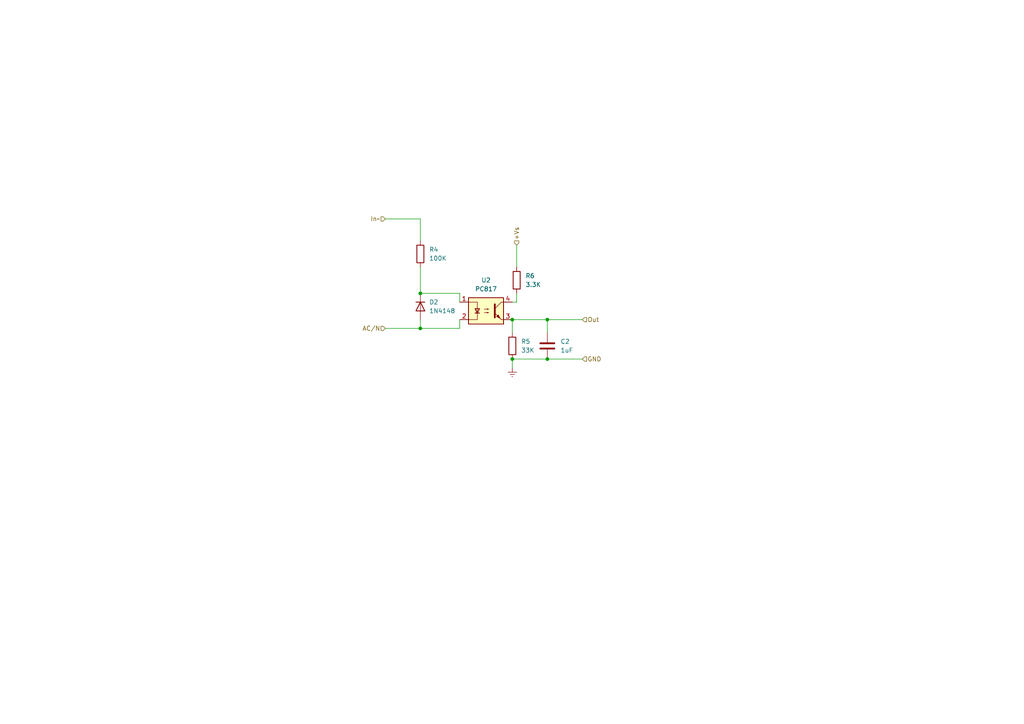
<source format=kicad_sch>
(kicad_sch (version 20230121) (generator eeschema)
  (paper "A4")
  (lib_symbols
    (symbol "Device:C" (pin_numbers hide) (pin_names (offset 0.254))
      (property "Reference" "C" (at 0.635 2.54 0))
      (property "Value" "C" (at 0.635 -2.54 0))
      (symbol "C_0_1"
        (polyline (pts (xy -2.032 -0.762) (xy 2.032 -0.762)) (stroke (width 0.508)))
        (polyline (pts (xy -2.032 0.762) (xy 2.032 0.762)) (stroke (width 0.508)))
      )
      (symbol "C_1_1"
        (pin passive line (at 0 3.81 270) (length 2.794) (name "~") (number "1"))
        (pin passive line (at 0 -3.81 90) (length 2.794) (name "~") (number "2"))
      )
    )
    (symbol "Device:R" (pin_numbers hide) (pin_names (offset 0))
      (property "Reference" "R" (at 2.032 0 90))
      (property "Value" "R" (at 0 0 90))
      (symbol "R_0_1"
        (rectangle (start -1.016 -2.54) (end 1.016 2.54) (stroke (width 0.254)))
      )
      (symbol "R_1_1"
        (pin passive line (at 0 3.81 270) (length 1.27) (name "~") (number "1"))
        (pin passive line (at 0 -3.81 90) (length 1.27) (name "~") (number "2"))
      )
    )
    (symbol "Diode:1N4148" (pin_numbers hide) (pin_names hide)
      (property "Reference" "D" (at 0 2.54 0))
      (property "Value" "1N4148" (at 0 -2.54 0))
      (symbol "1N4148_0_1"
        (polyline (pts (xy -1.27 1.27) (xy -1.27 -1.27)) (stroke (width 0.254)))
        (polyline (pts (xy 1.27 0) (xy -1.27 0)))
        (polyline (pts (xy 1.27 1.27) (xy 1.27 -1.27) (xy -1.27 0) (xy 1.27 1.27)) (stroke (width 0.254)))
      )
      (symbol "1N4148_1_1"
        (pin passive line (at -3.81 0 0) (length 2.54) (name "K") (number "1"))
        (pin passive line (at 3.81 0 180) (length 2.54) (name "A") (number "2"))
      )
    )
    (symbol "Isolator:PC817" (pin_names (offset 1.016))
      (property "Reference" "U" (at -5.08 5.08 0))
      (property "Value" "PC817" (at 0 5.08 0))
      (symbol "PC817_0_1"
        (rectangle (start -5.08 3.81) (end 5.08 -3.81) (stroke (width 0.254)) (fill (type background)))
        (polyline (pts (xy -3.175 -0.635) (xy -1.905 -0.635)) (stroke (width 0.254)))
        (polyline (pts (xy 2.54 0.635) (xy 4.445 2.54)))
        (polyline (pts (xy 4.445 -2.54) (xy 2.54 -0.635)) (fill (type outline)))
        (polyline (pts (xy 4.445 -2.54) (xy 5.08 -2.54)))
        (polyline (pts (xy 4.445 2.54) (xy 5.08 2.54)))
        (polyline (pts (xy -5.08 2.54) (xy -2.54 2.54) (xy -2.54 -0.635)))
        (polyline (pts (xy -2.54 -0.635) (xy -2.54 -2.54) (xy -5.08 -2.54)))
        (polyline (pts (xy 2.54 1.905) (xy 2.54 -1.905) (xy 2.54 -1.905)) (stroke (width 0.508)))
        (polyline (pts (xy -2.54 -0.635) (xy -3.175 0.635) (xy -1.905 0.635) (xy -2.54 -0.635)) (stroke (width 0.254)))
        (polyline (pts (xy -0.508 -0.508) (xy 0.762 -0.508) (xy 0.381 -0.635) (xy 0.381 -0.381) (xy 0.762 -0.508)))
        (polyline (pts (xy -0.508 0.508) (xy 0.762 0.508) (xy 0.381 0.381) (xy 0.381 0.635) (xy 0.762 0.508)))
        (polyline (pts (xy 3.048 -1.651) (xy 3.556 -1.143) (xy 4.064 -2.159) (xy 3.048 -1.651) (xy 3.048 -1.651)) (fill (type outline)))
      )
      (symbol "PC817_1_1"
        (pin passive line (at -7.62 2.54 0) (length 2.54) (name "~") (number "1"))
        (pin passive line (at -7.62 -2.54 0) (length 2.54) (name "~") (number "2"))
        (pin passive line (at 7.62 -2.54 180) (length 2.54) (name "~") (number "3"))
        (pin passive line (at 7.62 2.54 180) (length 2.54) (name "~") (number "4"))
      )
    )
    (symbol "power:Earth" (power) (pin_names (offset 0))
      (symbol "Earth_0_1"
        (polyline (pts (xy -0.635 -1.905) (xy 0.635 -1.905)))
        (polyline (pts (xy -0.127 -2.54) (xy 0.127 -2.54)))
        (polyline (pts (xy 0 -1.27) (xy 0 0)))
        (polyline (pts (xy 1.27 -1.27) (xy -1.27 -1.27)))
      )
      (symbol "Earth_1_1"
        (pin power_in line (at 0 0 270) (length 0) hide (name "Earth") (number "1"))
      )
    )
  )
  (junction (at 121.92 95.25))
  (junction (at 158.75 104.14))
  (junction (at 148.59 104.14))
  (junction (at 158.75 92.71))
  (junction (at 121.92 85.09))
  (junction (at 148.59 92.71))
  (wire (pts (xy 148.59 87.63) (xy 149.86 87.63)))
  (wire (pts (xy 111.76 63.5) (xy 121.92 63.5)))
  (wire (pts (xy 158.75 92.71) (xy 168.91 92.71)))
  (wire (pts (xy 133.35 92.71) (xy 133.35 95.25)))
  (wire (pts (xy 149.86 87.63) (xy 149.86 85.09)))
  (wire (pts (xy 149.86 71.12) (xy 149.86 77.47)))
  (wire (pts (xy 121.92 92.71) (xy 121.92 95.25)))
  (wire (pts (xy 121.92 63.5) (xy 121.92 69.85)))
  (wire (pts (xy 158.75 92.71) (xy 158.75 96.52)))
  (wire (pts (xy 111.76 95.25) (xy 121.92 95.25)))
  (wire (pts (xy 168.91 104.14) (xy 158.75 104.14)))
  (wire (pts (xy 148.59 92.71) (xy 158.75 92.71)))
  (wire (pts (xy 121.92 95.25) (xy 133.35 95.25)))
  (wire (pts (xy 148.59 104.14) (xy 158.75 104.14)))
  (wire (pts (xy 148.59 92.71) (xy 148.59 96.52)))
  (wire (pts (xy 121.92 77.47) (xy 121.92 85.09)))
  (wire (pts (xy 133.35 85.09) (xy 121.92 85.09)))
  (wire (pts (xy 133.35 87.63) (xy 133.35 85.09)))
  (wire (pts (xy 148.59 106.68) (xy 148.59 104.14)))
  (hierarchical_label "In~" (shape input) (at 111.76 63.5 180))
  (hierarchical_label "AC{slash}N" (shape input) (at 111.76 95.25 180))
  (hierarchical_label "Out" (shape input) (at 168.91 92.71 0))
  (hierarchical_label "+Vs" (shape input) (at 149.86 71.12 90))
  (hierarchical_label "GND" (shape input) (at 168.91 104.14 0))
  (symbol (lib_id "Device:R") (at 148.59 100.33 0) (unit 1)
    (property "Reference" "R5" (at 151.13 99.06 0) (effects (justify left)))
    (property "Value" "33K" (at 151.13 101.6 0) (effects (justify left)))
    (property "Footprint" "Resistor_SMD:R_0805_2012Metric_Pad1.20x1.40mm_HandSolder" (effects hide))
    (instances (project "ACSensor-3N" (path "" (reference "R5") (unit 1))) (project "WemosD1Mini-8266" (path "" (reference "R8") (unit 1)) (path "" (reference "R17") (unit 1)) (path "" (reference "R2") (unit 1))))
  )
  (symbol (lib_id "Isolator:PC817") (at 140.97 90.17 0) (unit 1)
    (property "Reference" "U2" (at 140.97 81.28 0))
    (property "Value" "PC817" (at 140.97 83.82 0))
    (property "Footprint" "Package_DIP:DIP-4_W7.62mm_SMDSocket_SmallPads" (effects hide))
    (property "Datasheet" "http://www.soselectronic.cz/a_info/resource/d/pc817.pdf" (effects hide))
    (instances (project "ACSensor-3N" (path "" (reference "U2") (unit 1))) (project "WemosD1Mini-8266" (path "" (reference "U3") (unit 1)) (path "" (reference "U6") (unit 1)) (path "" (reference "U1") (unit 1))))
  )
  (symbol (lib_id "Device:R") (at 121.92 73.66 0) (unit 1)
    (property "Reference" "R4" (at 124.46 72.39 0) (effects (justify left)))
    (property "Value" "100K" (at 124.46 74.93 0) (effects (justify left)))
    (property "Footprint" "Resistor_SMD:R_0805_2012Metric_Pad1.20x1.40mm_HandSolder" (effects hide))
    (instances (project "ACSensor-3N" (path "" (reference "R4") (unit 1))) (project "WemosD1Mini-8266" (path "" (reference "R3") (unit 1)) (path "" (reference "R12") (unit 1)) (path "" (reference "R1") (unit 1))))
  )
  (symbol (lib_id "Diode:1N4148") (at 121.92 88.9 270) (unit 1)
    (property "Reference" "D2" (at 124.46 87.63 90) (effects (justify left)))
    (property "Value" "1N4148" (at 124.46 90.17 90) (effects (justify left)))
    (property "Footprint" "Diode_SMD:D_1206_3216Metric_Pad1.42x1.75mm_HandSolder" (effects hide))
    (property "Datasheet" "https://assets.nexperia.com/documents/data-sheet/1N4148_1N4448.pdf" (effects hide))
    (property "Sim.Device" "D" (effects hide))
    (property "Sim.Pins" "1=K 2=A" (effects hide))
    (instances (project "ACSensor-3N" (path "" (reference "D2") (unit 1))) (project "WemosD1Mini-8266" (path "" (reference "D3") (unit 1)) (path "" (reference "D6") (unit 1)) (path "" (reference "D1") (unit 1))))
  )
  (symbol (lib_id "Device:R") (at 149.86 81.28 0) (unit 1)
    (property "Reference" "R6" (at 152.4 80.01 0) (effects (justify left)))
    (property "Value" "3.3K" (at 152.4 82.55 0) (effects (justify left)))
    (property "Footprint" "Resistor_SMD:R_0805_2012Metric_Pad1.20x1.40mm_HandSolder" (effects hide))
    (instances (project "ACSensor-3N" (path "" (reference "R6") (unit 1))) (project "WemosD1Mini-8266" (path "" (reference "R9") (unit 1)) (path "" (reference "R18") (unit 1)) (path "" (reference "R3") (unit 1))))
  )
  (symbol (lib_id "Device:C") (at 158.75 100.33 0) (unit 1)
    (property "Reference" "C2" (at 162.56 99.06 0) (effects (justify left)))
    (property "Value" "1uF" (at 162.56 101.6 0) (effects (justify left)))
    (property "Footprint" "Capacitor_THT:CP_Radial_D5.0mm_P2.50mm" (effects hide))
    (instances (project "ACSensor-3N" (path "" (reference "C2") (unit 1))) (project "WemosD1Mini-8266" (path "" (reference "C3") (unit 1)) (path "" (reference "C6") (unit 1)) (path "" (reference "C1") (unit 1))))
  )
  (symbol (lib_id "power:Earth") (at 148.59 106.68 0) (unit 1)
    (property "Reference" "#PWR01" (effects hide))
    (property "Value" "Earth" (effects hide))
    (instances (project "ACSensor-3N" (path "" (reference "#PWR01") (unit 1))) (project "WemosD1Mini-8266" (path "" (reference "#PWR05") (unit 1)) (path "" (reference "#PWR010") (unit 1)) (path "" (reference "#PWR01") (unit 1))))
  )
)
</source>
